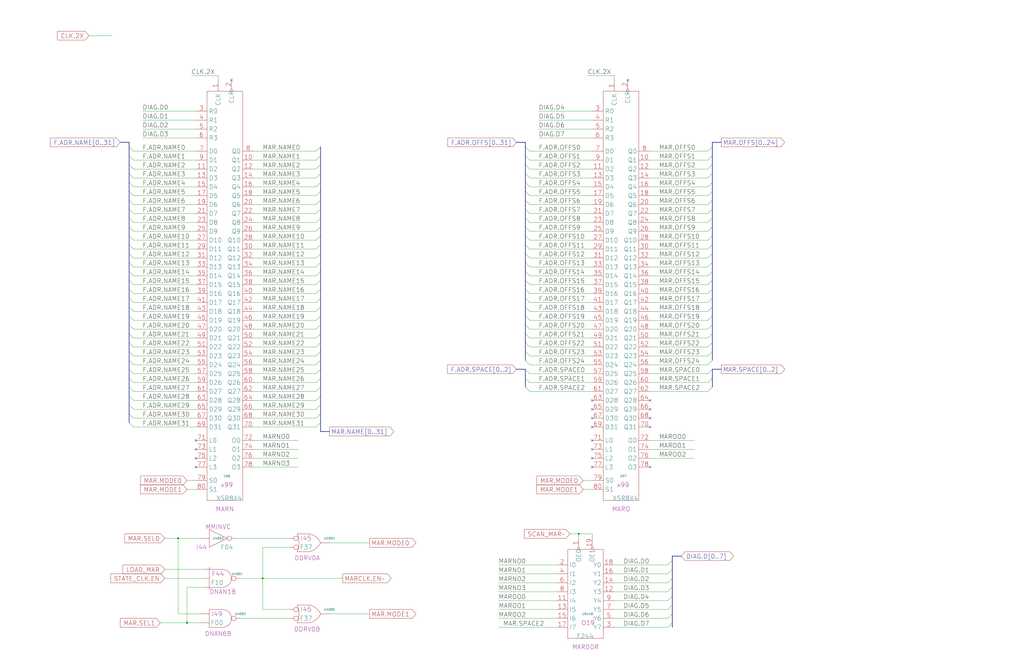
<source format=kicad_sch>
(kicad_sch (version 20230121) (generator eeschema)
  (paper "User" 584.2 378.46)
  (title_block (title "MAR NAME AND OFFSET") (date "20-MAR-90") (rev "1.0") (comment 1 "FIU") (comment 2 "232-003065") (comment 3 "S400") (comment 4 "RELEASED"))
  (lib_symbols
    (symbol "r1000:F00" (pin_numbers hide) (pin_names hide)
      (property "Reference" "U" (at 15.24 0 0))
      (property "Value" "F00" (at 1.905 -5.08 0))
      (property "Location" "___" (at 1.905 0 0))
      (property "Name" "______" (at 2.54 -12.7 0))
      (symbol "F00_1_1"
        (pin input line (at -7.62 0 0) (length 5.08) (name "D0") (number "1"))
        (pin input line (at -7.62 -5.08 0) (length 5.08) (name "D1") (number "2"))
        (pin output line (at 15.24 -2.54 180) (length 2.54) (name "Q") (number "3"))
      )
      (symbol "F00_1_2"
        (pin input line (at -7.62 0 0) (length 2.54) (name "D0") (number "1"))
        (pin input line (at -7.62 -5.08 0) (length 2.54) (name "D1") (number "2"))
        (pin output line (at 15.24 -2.54 180) (length 5.08) (name "Q") (number "3"))
      )
    )
    (symbol "r1000:F04" (pin_numbers hide) (pin_names hide)
      (property "Reference" "U" (at 0 0 0))
      (property "Value" "F04" (at 1.27 -5.08 0))
      (property "Location" "___" (at -12.7 -5.08 0))
      (property "Name" "______" (at 0 5.08 0))
      (symbol "F04_1_1"
        (pin input line (at -10.16 0 0) (length 2.54) (name "D0") (number "1"))
        (pin output line (at 10.16 0 180) (length 2.54) (name "Q") (number "2"))
      )
    )
    (symbol "r1000:F10" (pin_numbers hide) (pin_names hide)
      (property "Reference" "U" (at 13.335 0 0))
      (property "Value" "F10" (at 5.715 -5.08 0))
      (property "Location" "___" (at -1.27 0 0))
      (property "Name" "______" (at -2.54 -10.16 0))
      (symbol "F10_1_1"
        (pin input line (at -5.08 2.54 0) (length 2.54) (name "D0") (number "1"))
        (pin input line (at -5.08 -2.54 0) (length 2.54) (name "D1") (number "2"))
        (pin input line (at -5.08 -7.62 0) (length 2.54) (name "D2") (number "3"))
        (pin output line (at 15.24 -2.54 180) (length 2.54) (name "Q") (number "4"))
      )
      (symbol "F10_1_2"
        (pin input line (at -5.08 2.54 0) (length 0) (name "D0") (number "1"))
        (pin input line (at -5.08 -2.54 0) (length 0) (name "D1") (number "2"))
        (pin input line (at -5.08 -7.62 0) (length 0) (name "D2") (number "3"))
        (pin output line (at 15.24 -2.54 180) (length 2.54) (name "Q") (number "4"))
      )
    )
    (symbol "r1000:F244" (pin_names (offset 1.016))
      (property "Reference" "U" (at 2.54 5.08 0))
      (property "Value" "F244" (at -3.81 -7.62 0))
      (property "Location" "___" (at -1.27 0 0))
      (property "Name" "______" (at 1.27 -15.24 0))
      (symbol "F244_1_1"
        (pin input line (at -2.54 48.26 270) (length 5.08) (name "OE0") (number "1"))
        (pin input line (at -15.24 12.7 0) (length 6.35) (name "I4") (number "11"))
        (pin tri_state line (at 17.78 17.78 180) (length 6.35) (name "Y3") (number "12"))
        (pin input line (at -15.24 7.62 0) (length 6.35) (name "I5") (number "13"))
        (pin tri_state line (at 17.78 22.86 180) (length 6.35) (name "Y2") (number "14"))
        (pin input line (at -15.24 2.54 0) (length 6.35) (name "I6") (number "15"))
        (pin tri_state line (at 17.78 27.94 180) (length 6.35) (name "Y1") (number "16"))
        (pin input line (at -15.24 -2.54 0) (length 6.35) (name "I7") (number "17"))
        (pin tri_state line (at 17.78 33.02 180) (length 6.35) (name "Y0") (number "18"))
        (pin input line (at 5.08 48.26 270) (length 5.08) (name "OE1") (number "19"))
        (pin input line (at -15.24 33.02 0) (length 6.35) (name "I0") (number "2"))
        (pin tri_state line (at 17.78 -2.54 180) (length 6.35) (name "Y7") (number "3"))
        (pin input line (at -15.24 27.94 0) (length 6.35) (name "I1") (number "4"))
        (pin tri_state line (at 17.78 2.54 180) (length 6.35) (name "Y6") (number "5"))
        (pin input line (at -15.24 22.86 0) (length 6.35) (name "I2") (number "6"))
        (pin tri_state line (at 17.78 7.62 180) (length 6.35) (name "Y5") (number "7"))
        (pin input line (at -15.24 17.78 0) (length 6.35) (name "I3") (number "8"))
        (pin tri_state line (at 17.78 12.7 180) (length 6.35) (name "Y4") (number "9"))
      )
    )
    (symbol "r1000:F37" (pin_numbers hide) (pin_names (offset 0) hide)
      (property "Reference" "U" (at 15.24 0 0))
      (property "Value" "F37" (at 1.905 -5.08 0))
      (property "Location" "___" (at 1.905 0 0))
      (property "Name" "______" (at 2.54 -12.7 0))
      (symbol "F37_1_1"
        (pin input line (at -7.62 0 0) (length 5.08) (name "D0") (number "1"))
        (pin input line (at -7.62 -5.08 0) (length 5.08) (name "D1") (number "2"))
        (pin output line (at 15.24 -2.54 180) (length 2.54) (name "Q") (number "3"))
      )
      (symbol "F37_1_2"
        (pin input line (at -7.62 0 0) (length 2.54) (name "D0") (number "1"))
        (pin input line (at -7.62 -5.08 0) (length 2.54) (name "D1") (number "2"))
        (pin output line (at 15.24 -2.54 180) (length 5.08) (name "Q") (number "3"))
      )
    )
    (symbol "r1000:XSR8X4" (pin_names (offset 1.016))
      (property "Reference" "U" (at 2.54 5.08 0))
      (property "Value" "XSR8X4" (at -3.81 -7.62 0))
      (property "Location" "___" (at -1.27 0 0))
      (property "Name" "______" (at 1.27 -15.24 0))
      (symbol "XSR8X4_1_1"
        (pin input line (at -2.54 231.14 270) (length 6.35) (name "CLK") (number "1"))
        (pin output line (at 17.78 185.42 180) (length 6.35) (name "Q1") (number "10"))
        (pin input line (at -15.24 180.34 0) (length 6.35) (name "D2") (number "11"))
        (pin output line (at 17.78 180.34 180) (length 6.35) (name "Q2") (number "12"))
        (pin input line (at -15.24 175.26 0) (length 6.35) (name "D3") (number "13"))
        (pin output line (at 17.78 175.26 180) (length 6.35) (name "Q3") (number "14"))
        (pin input line (at -15.24 170.18 0) (length 6.35) (name "D4") (number "15"))
        (pin output line (at 17.78 170.18 180) (length 6.35) (name "Q4") (number "16"))
        (pin input line (at -15.24 165.1 0) (length 6.35) (name "D5") (number "17"))
        (pin output line (at 17.78 165.1 180) (length 6.35) (name "Q5") (number "18"))
        (pin input line (at -15.24 160.02 0) (length 6.35) (name "D6") (number "19"))
        (pin input line (at 5.08 231.14 270) (length 5.08) (name "CLR") (number "2"))
        (pin output line (at 17.78 160.02 180) (length 6.35) (name "Q6") (number "20"))
        (pin input line (at -15.24 154.94 0) (length 6.35) (name "D7") (number "21"))
        (pin output line (at 17.78 154.94 180) (length 6.35) (name "Q7") (number "22"))
        (pin input line (at -15.24 149.86 0) (length 6.35) (name "D8") (number "23"))
        (pin output line (at 17.78 149.86 180) (length 6.35) (name "Q8") (number "24"))
        (pin input line (at -15.24 144.78 0) (length 6.35) (name "D9") (number "25"))
        (pin output line (at 17.78 144.78 180) (length 6.35) (name "Q9") (number "26"))
        (pin input line (at -15.24 139.7 0) (length 6.35) (name "D10") (number "27"))
        (pin output line (at 17.78 139.7 180) (length 6.35) (name "Q10") (number "28"))
        (pin input line (at -15.24 134.62 0) (length 6.35) (name "D11") (number "29"))
        (pin input line (at -15.24 213.36 0) (length 6.35) (name "R0") (number "3"))
        (pin output line (at 17.78 134.62 180) (length 6.35) (name "Q11") (number "30"))
        (pin input line (at -15.24 129.54 0) (length 6.35) (name "D12") (number "31"))
        (pin output line (at 17.78 129.54 180) (length 6.35) (name "Q12") (number "32"))
        (pin input line (at -15.24 124.46 0) (length 6.35) (name "D13") (number "33"))
        (pin output line (at 17.78 124.46 180) (length 6.35) (name "Q13") (number "34"))
        (pin input line (at -15.24 119.38 0) (length 6.35) (name "D14") (number "35"))
        (pin output line (at 17.78 119.38 180) (length 6.35) (name "Q14") (number "36"))
        (pin input line (at -15.24 114.3 0) (length 6.35) (name "D15") (number "37"))
        (pin output line (at 17.78 114.3 180) (length 6.35) (name "Q15") (number "38"))
        (pin input line (at -15.24 109.22 0) (length 6.35) (name "D16") (number "39"))
        (pin input line (at -15.24 208.28 0) (length 6.35) (name "R1") (number "4"))
        (pin output line (at 17.78 109.22 180) (length 6.35) (name "Q16") (number "40"))
        (pin input line (at -15.24 104.14 0) (length 6.35) (name "D17") (number "41"))
        (pin output line (at 17.78 104.14 180) (length 6.35) (name "Q17") (number "42"))
        (pin input line (at -15.24 99.06 0) (length 6.35) (name "D18") (number "43"))
        (pin output line (at 17.78 99.06 180) (length 6.35) (name "Q18") (number "44"))
        (pin input line (at -15.24 93.98 0) (length 6.35) (name "D19") (number "45"))
        (pin output line (at 17.78 93.98 180) (length 6.35) (name "Q19") (number "46"))
        (pin input line (at -15.24 88.9 0) (length 6.35) (name "D20") (number "47"))
        (pin output line (at 17.78 88.9 180) (length 6.35) (name "Q20") (number "48"))
        (pin input line (at -15.24 83.82 0) (length 6.35) (name "D21") (number "49"))
        (pin input line (at -15.24 203.2 0) (length 6.35) (name "R2") (number "5"))
        (pin output line (at 17.78 83.82 180) (length 6.35) (name "Q21") (number "50"))
        (pin input line (at -15.24 78.74 0) (length 6.35) (name "D22") (number "51"))
        (pin output line (at 17.78 78.74 180) (length 6.35) (name "Q22") (number "52"))
        (pin input line (at -15.24 73.66 0) (length 6.35) (name "D23") (number "53"))
        (pin output line (at 17.78 73.66 180) (length 6.35) (name "Q23") (number "54"))
        (pin input line (at -15.24 68.58 0) (length 6.35) (name "D24") (number "55"))
        (pin output line (at 17.78 68.58 180) (length 6.35) (name "Q24") (number "56"))
        (pin input line (at -15.24 63.5 0) (length 6.35) (name "D25") (number "57"))
        (pin output line (at 17.78 63.5 180) (length 6.35) (name "Q25") (number "58"))
        (pin input line (at -15.24 58.42 0) (length 6.35) (name "D26") (number "59"))
        (pin input line (at -15.24 198.12 0) (length 6.35) (name "R3") (number "6"))
        (pin output line (at 17.78 58.42 180) (length 6.35) (name "Q26") (number "60"))
        (pin input line (at -15.24 53.34 0) (length 6.35) (name "D27") (number "61"))
        (pin output line (at 17.78 53.34 180) (length 6.35) (name "Q27") (number "62"))
        (pin input line (at -15.24 48.26 0) (length 6.35) (name "D28") (number "63"))
        (pin output line (at 17.78 48.26 180) (length 6.35) (name "Q28") (number "64"))
        (pin input line (at -15.24 43.18 0) (length 6.35) (name "D29") (number "65"))
        (pin output line (at 17.78 43.18 180) (length 6.35) (name "Q29") (number "66"))
        (pin input line (at -15.24 38.1 0) (length 6.35) (name "D30") (number "67"))
        (pin output line (at 17.78 38.1 180) (length 6.35) (name "Q30") (number "68"))
        (pin input line (at -15.24 33.02 0) (length 6.35) (name "D31") (number "69"))
        (pin input line (at -15.24 190.5 0) (length 6.35) (name "D0") (number "7"))
        (pin output line (at 17.78 33.02 180) (length 6.35) (name "Q31") (number "70"))
        (pin input line (at -15.24 25.4 0) (length 6.35) (name "L0") (number "71"))
        (pin output line (at 17.78 25.4 180) (length 6.35) (name "O0") (number "72"))
        (pin input line (at -15.24 20.32 0) (length 6.35) (name "L1") (number "73"))
        (pin output line (at 17.78 20.32 180) (length 6.35) (name "O1") (number "74"))
        (pin input line (at -15.24 15.24 0) (length 6.35) (name "L2") (number "75"))
        (pin output line (at 17.78 15.24 180) (length 6.35) (name "O2") (number "76"))
        (pin input line (at -15.24 10.16 0) (length 6.35) (name "L3") (number "77"))
        (pin output line (at 17.78 10.16 180) (length 6.35) (name "O3") (number "78"))
        (pin input line (at -15.24 2.54 0) (length 6.35) (name "S0") (number "79"))
        (pin output line (at 17.78 190.5 180) (length 6.35) (name "Q0") (number "8"))
        (pin input line (at -15.24 -2.54 0) (length 6.35) (name "S1") (number "80"))
        (pin input line (at -15.24 185.42 0) (length 6.35) (name "D1") (number "9"))
      )
    )
  )
  (junction (at 330.2 304.8))
  (junction (at 101.6 307.34))
  (junction (at 106.68 355.6))
  (junction (at 149.86 330.2))
  (no_connect (at 111.76 266.7))
  (no_connect (at 337.82 256.54))
  (no_connect (at 358.14 45.72))
  (no_connect (at 337.82 266.7))
  (no_connect (at 111.76 251.46))
  (no_connect (at 111.76 256.54))
  (no_connect (at 132.08 45.72))
  (no_connect (at 337.82 251.46))
  (no_connect (at 111.76 261.62))
  (no_connect (at 337.82 261.62))
  (no_connect (at 370.84 266.7))
  (no_connect (at 337.82 228.6))
  (no_connect (at 337.82 233.68))
  (no_connect (at 337.82 238.76))
  (no_connect (at 370.84 228.6))
  (no_connect (at 370.84 233.68))
  (no_connect (at 370.84 238.76))
  (no_connect (at 370.84 243.84))
  (no_connect (at 337.82 243.84))
  (bus_entry (at 73.66 226.06) (size 2.54 2.54))
  (bus_entry (at 182.88 114.3) (size -2.54 2.54))
  (bus_entry (at 299.72 144.78) (size 2.54 2.54))
  (bus_entry (at 406.4 205.74) (size -2.54 2.54))
  (bus_entry (at 406.4 93.98) (size -2.54 2.54))
  (bus_entry (at 73.66 83.82) (size 2.54 2.54))
  (bus_entry (at 73.66 215.9) (size 2.54 2.54))
  (bus_entry (at 73.66 160.02) (size 2.54 2.54))
  (bus_entry (at 182.88 124.46) (size -2.54 2.54))
  (bus_entry (at 299.72 88.9) (size 2.54 2.54))
  (bus_entry (at 406.4 134.62) (size -2.54 2.54))
  (bus_entry (at 406.4 180.34) (size -2.54 2.54))
  (bus_entry (at 182.88 236.22) (size -2.54 2.54))
  (bus_entry (at 73.66 236.22) (size 2.54 2.54))
  (bus_entry (at 182.88 99.06) (size -2.54 2.54))
  (bus_entry (at 182.88 109.22) (size -2.54 2.54))
  (bus_entry (at 73.66 170.18) (size 2.54 2.54))
  (bus_entry (at 182.88 195.58) (size -2.54 2.54))
  (bus_entry (at 406.4 160.02) (size -2.54 2.54))
  (bus_entry (at 299.72 114.3) (size 2.54 2.54))
  (bus_entry (at 299.72 170.18) (size 2.54 2.54))
  (bus_entry (at 182.88 200.66) (size -2.54 2.54))
  (bus_entry (at 299.72 220.98) (size 2.54 2.54))
  (bus_entry (at 406.4 185.42) (size -2.54 2.54))
  (bus_entry (at 406.4 149.86) (size -2.54 2.54))
  (bus_entry (at 182.88 241.3) (size -2.54 2.54))
  (bus_entry (at 406.4 124.46) (size -2.54 2.54))
  (bus_entry (at 73.66 104.14) (size 2.54 2.54))
  (bus_entry (at 73.66 139.7) (size 2.54 2.54))
  (bus_entry (at 406.4 210.82) (size -2.54 2.54))
  (bus_entry (at 182.88 165.1) (size -2.54 2.54))
  (bus_entry (at 406.4 144.78) (size -2.54 2.54))
  (bus_entry (at 299.72 99.06) (size 2.54 2.54))
  (bus_entry (at 299.72 185.42) (size 2.54 2.54))
  (bus_entry (at 383.54 330.2) (size -2.54 2.54))
  (bus_entry (at 299.72 200.66) (size 2.54 2.54))
  (bus_entry (at 383.54 355.6) (size -2.54 2.54))
  (bus_entry (at 406.4 109.22) (size -2.54 2.54))
  (bus_entry (at 182.88 210.82) (size -2.54 2.54))
  (bus_entry (at 182.88 190.5) (size -2.54 2.54))
  (bus_entry (at 299.72 160.02) (size 2.54 2.54))
  (bus_entry (at 182.88 220.98) (size -2.54 2.54))
  (bus_entry (at 383.54 325.12) (size -2.54 2.54))
  (bus_entry (at 73.66 109.22) (size 2.54 2.54))
  (bus_entry (at 182.88 180.34) (size -2.54 2.54))
  (bus_entry (at 406.4 83.82) (size -2.54 2.54))
  (bus_entry (at 299.72 195.58) (size 2.54 2.54))
  (bus_entry (at 406.4 220.98) (size -2.54 2.54))
  (bus_entry (at 299.72 154.94) (size 2.54 2.54))
  (bus_entry (at 299.72 139.7) (size 2.54 2.54))
  (bus_entry (at 299.72 104.14) (size 2.54 2.54))
  (bus_entry (at 73.66 195.58) (size 2.54 2.54))
  (bus_entry (at 182.88 205.74) (size -2.54 2.54))
  (bus_entry (at 383.54 320.04) (size -2.54 2.54))
  (bus_entry (at 182.88 144.78) (size -2.54 2.54))
  (bus_entry (at 299.72 215.9) (size 2.54 2.54))
  (bus_entry (at 182.88 139.7) (size -2.54 2.54))
  (bus_entry (at 182.88 129.54) (size -2.54 2.54))
  (bus_entry (at 299.72 210.82) (size 2.54 2.54))
  (bus_entry (at 182.88 88.9) (size -2.54 2.54))
  (bus_entry (at 299.72 205.74) (size 2.54 2.54))
  (bus_entry (at 383.54 350.52) (size -2.54 2.54))
  (bus_entry (at 182.88 160.02) (size -2.54 2.54))
  (bus_entry (at 73.66 149.86) (size 2.54 2.54))
  (bus_entry (at 182.88 226.06) (size -2.54 2.54))
  (bus_entry (at 406.4 175.26) (size -2.54 2.54))
  (bus_entry (at 182.88 134.62) (size -2.54 2.54))
  (bus_entry (at 182.88 83.82) (size -2.54 2.54))
  (bus_entry (at 299.72 119.38) (size 2.54 2.54))
  (bus_entry (at 299.72 175.26) (size 2.54 2.54))
  (bus_entry (at 406.4 170.18) (size -2.54 2.54))
  (bus_entry (at 299.72 129.54) (size 2.54 2.54))
  (bus_entry (at 73.66 134.62) (size 2.54 2.54))
  (bus_entry (at 299.72 149.86) (size 2.54 2.54))
  (bus_entry (at 299.72 83.82) (size 2.54 2.54))
  (bus_entry (at 299.72 124.46) (size 2.54 2.54))
  (bus_entry (at 73.66 175.26) (size 2.54 2.54))
  (bus_entry (at 406.4 119.38) (size -2.54 2.54))
  (bus_entry (at 73.66 129.54) (size 2.54 2.54))
  (bus_entry (at 182.88 185.42) (size -2.54 2.54))
  (bus_entry (at 73.66 200.66) (size 2.54 2.54))
  (bus_entry (at 73.66 205.74) (size 2.54 2.54))
  (bus_entry (at 182.88 170.18) (size -2.54 2.54))
  (bus_entry (at 73.66 210.82) (size 2.54 2.54))
  (bus_entry (at 406.4 215.9) (size -2.54 2.54))
  (bus_entry (at 406.4 114.3) (size -2.54 2.54))
  (bus_entry (at 73.66 190.5) (size 2.54 2.54))
  (bus_entry (at 73.66 154.94) (size 2.54 2.54))
  (bus_entry (at 73.66 220.98) (size 2.54 2.54))
  (bus_entry (at 182.88 231.14) (size -2.54 2.54))
  (bus_entry (at 406.4 154.94) (size -2.54 2.54))
  (bus_entry (at 299.72 190.5) (size 2.54 2.54))
  (bus_entry (at 73.66 99.06) (size 2.54 2.54))
  (bus_entry (at 383.54 345.44) (size -2.54 2.54))
  (bus_entry (at 182.88 93.98) (size -2.54 2.54))
  (bus_entry (at 406.4 104.14) (size -2.54 2.54))
  (bus_entry (at 406.4 200.66) (size -2.54 2.54))
  (bus_entry (at 406.4 165.1) (size -2.54 2.54))
  (bus_entry (at 299.72 109.22) (size 2.54 2.54))
  (bus_entry (at 73.66 185.42) (size 2.54 2.54))
  (bus_entry (at 73.66 165.1) (size 2.54 2.54))
  (bus_entry (at 73.66 124.46) (size 2.54 2.54))
  (bus_entry (at 406.4 195.58) (size -2.54 2.54))
  (bus_entry (at 182.88 215.9) (size -2.54 2.54))
  (bus_entry (at 73.66 119.38) (size 2.54 2.54))
  (bus_entry (at 73.66 88.9) (size 2.54 2.54))
  (bus_entry (at 73.66 93.98) (size 2.54 2.54))
  (bus_entry (at 299.72 134.62) (size 2.54 2.54))
  (bus_entry (at 182.88 149.86) (size -2.54 2.54))
  (bus_entry (at 406.4 99.06) (size -2.54 2.54))
  (bus_entry (at 73.66 231.14) (size 2.54 2.54))
  (bus_entry (at 299.72 180.34) (size 2.54 2.54))
  (bus_entry (at 383.54 335.28) (size -2.54 2.54))
  (bus_entry (at 406.4 139.7) (size -2.54 2.54))
  (bus_entry (at 182.88 154.94) (size -2.54 2.54))
  (bus_entry (at 299.72 165.1) (size 2.54 2.54))
  (bus_entry (at 406.4 88.9) (size -2.54 2.54))
  (bus_entry (at 299.72 93.98) (size 2.54 2.54))
  (bus_entry (at 73.66 241.3) (size 2.54 2.54))
  (bus_entry (at 383.54 340.36) (size -2.54 2.54))
  (bus_entry (at 182.88 119.38) (size -2.54 2.54))
  (bus_entry (at 73.66 114.3) (size 2.54 2.54))
  (bus_entry (at 73.66 180.34) (size 2.54 2.54))
  (bus_entry (at 406.4 129.54) (size -2.54 2.54))
  (bus_entry (at 182.88 104.14) (size -2.54 2.54))
  (bus_entry (at 182.88 175.26) (size -2.54 2.54))
  (bus_entry (at 406.4 190.5) (size -2.54 2.54))
  (bus_entry (at 73.66 144.78) (size 2.54 2.54))
  (wire (pts (xy 149.86 347.98) (xy 149.86 330.2)))
  (wire (pts (xy 302.26 193.04) (xy 337.82 193.04)))
  (bus (pts (xy 406.4 119.38) (xy 406.4 124.46)))
  (bus (pts (xy 182.88 154.94) (xy 182.88 160.02)))
  (bus (pts (xy 73.66 170.18) (xy 73.66 175.26)))
  (wire (pts (xy 302.26 96.52) (xy 337.82 96.52)))
  (wire (pts (xy 144.78 86.36) (xy 180.34 86.36)))
  (bus (pts (xy 406.4 129.54) (xy 406.4 134.62)))
  (bus (pts (xy 182.88 246.38) (xy 182.88 241.3)))
  (bus (pts (xy 73.66 109.22) (xy 73.66 114.3)))
  (bus (pts (xy 182.88 195.58) (xy 182.88 200.66)))
  (bus (pts (xy 406.4 99.06) (xy 406.4 104.14)))
  (wire (pts (xy 302.26 198.12) (xy 337.82 198.12)))
  (wire (pts (xy 144.78 238.76) (xy 180.34 238.76)))
  (wire (pts (xy 106.68 279.4) (xy 111.76 279.4)))
  (wire (pts (xy 284.48 342.9) (xy 317.5 342.9)))
  (wire (pts (xy 284.48 332.74) (xy 317.5 332.74)))
  (bus (pts (xy 73.66 99.06) (xy 73.66 104.14)))
  (bus (pts (xy 406.4 149.86) (xy 406.4 154.94)))
  (wire (pts (xy 302.26 182.88) (xy 337.82 182.88)))
  (wire (pts (xy 350.52 327.66) (xy 381 327.66)))
  (bus (pts (xy 73.66 220.98) (xy 73.66 226.06)))
  (wire (pts (xy 76.2 228.6) (xy 111.76 228.6)))
  (bus (pts (xy 182.88 149.86) (xy 182.88 154.94)))
  (bus (pts (xy 73.66 190.5) (xy 73.66 195.58)))
  (wire (pts (xy 302.26 86.36) (xy 337.82 86.36)))
  (wire (pts (xy 370.84 91.44) (xy 403.86 91.44)))
  (bus (pts (xy 406.4 134.62) (xy 406.4 139.7)))
  (wire (pts (xy 114.3 350.52) (xy 101.6 350.52)))
  (bus (pts (xy 73.66 83.82) (xy 73.66 88.9)))
  (bus (pts (xy 299.72 119.38) (xy 299.72 124.46)))
  (bus (pts (xy 299.72 134.62) (xy 299.72 139.7)))
  (wire (pts (xy 284.48 347.98) (xy 317.5 347.98)))
  (wire (pts (xy 370.84 147.32) (xy 403.86 147.32)))
  (wire (pts (xy 370.84 127) (xy 403.86 127)))
  (wire (pts (xy 76.2 152.4) (xy 111.76 152.4)))
  (wire (pts (xy 350.52 43.18) (xy 350.52 45.72)))
  (bus (pts (xy 294.64 81.28) (xy 299.72 81.28)))
  (wire (pts (xy 144.78 132.08) (xy 180.34 132.08)))
  (bus (pts (xy 406.4 190.5) (xy 406.4 195.58)))
  (wire (pts (xy 350.52 342.9) (xy 381 342.9)))
  (wire (pts (xy 76.2 147.32) (xy 111.76 147.32)))
  (bus (pts (xy 182.88 93.98) (xy 182.88 99.06)))
  (wire (pts (xy 76.2 96.52) (xy 111.76 96.52)))
  (wire (pts (xy 370.84 256.54) (xy 396.24 256.54)))
  (bus (pts (xy 299.72 104.14) (xy 299.72 109.22)))
  (wire (pts (xy 76.2 111.76) (xy 111.76 111.76)))
  (bus (pts (xy 73.66 119.38) (xy 73.66 124.46)))
  (wire (pts (xy 144.78 172.72) (xy 180.34 172.72)))
  (wire (pts (xy 76.2 137.16) (xy 111.76 137.16)))
  (wire (pts (xy 144.78 228.6) (xy 180.34 228.6)))
  (wire (pts (xy 370.84 167.64) (xy 403.86 167.64)))
  (wire (pts (xy 76.2 243.84) (xy 111.76 243.84)))
  (bus (pts (xy 406.4 81.28) (xy 411.48 81.28)))
  (bus (pts (xy 406.4 88.9) (xy 406.4 93.98)))
  (bus (pts (xy 383.54 320.04) (xy 383.54 325.12)))
  (bus (pts (xy 73.66 200.66) (xy 73.66 205.74)))
  (wire (pts (xy 302.26 213.36) (xy 337.82 213.36)))
  (wire (pts (xy 302.26 177.8) (xy 337.82 177.8)))
  (wire (pts (xy 144.78 162.56) (xy 180.34 162.56)))
  (wire (pts (xy 144.78 198.12) (xy 180.34 198.12)))
  (wire (pts (xy 332.74 274.32) (xy 337.82 274.32)))
  (bus (pts (xy 299.72 129.54) (xy 299.72 134.62)))
  (bus (pts (xy 73.66 81.28) (xy 73.66 83.82)))
  (wire (pts (xy 302.26 91.44) (xy 337.82 91.44)))
  (bus (pts (xy 73.66 165.1) (xy 73.66 170.18)))
  (wire (pts (xy 330.2 304.8) (xy 337.82 304.8)))
  (wire (pts (xy 116.84 335.28) (xy 106.68 335.28)))
  (wire (pts (xy 144.78 266.7) (xy 170.18 266.7)))
  (bus (pts (xy 299.72 139.7) (xy 299.72 144.78)))
  (bus (pts (xy 73.66 154.94) (xy 73.66 160.02)))
  (wire (pts (xy 337.82 307.34) (xy 337.82 304.8)))
  (wire (pts (xy 144.78 127) (xy 180.34 127)))
  (wire (pts (xy 76.2 167.64) (xy 111.76 167.64)))
  (wire (pts (xy 93.98 325.12) (xy 116.84 325.12)))
  (wire (pts (xy 76.2 198.12) (xy 111.76 198.12)))
  (wire (pts (xy 370.84 111.76) (xy 403.86 111.76)))
  (wire (pts (xy 330.2 307.34) (xy 330.2 304.8)))
  (bus (pts (xy 406.4 195.58) (xy 406.4 200.66)))
  (bus (pts (xy 299.72 83.82) (xy 299.72 88.9)))
  (wire (pts (xy 101.6 350.52) (xy 101.6 307.34)))
  (bus (pts (xy 383.54 340.36) (xy 383.54 345.44)))
  (wire (pts (xy 302.26 172.72) (xy 337.82 172.72)))
  (bus (pts (xy 73.66 134.62) (xy 73.66 139.7)))
  (bus (pts (xy 182.88 215.9) (xy 182.88 220.98)))
  (wire (pts (xy 370.84 193.04) (xy 403.86 193.04)))
  (bus (pts (xy 406.4 144.78) (xy 406.4 149.86)))
  (wire (pts (xy 370.84 86.36) (xy 403.86 86.36)))
  (bus (pts (xy 406.4 210.82) (xy 406.4 215.9)))
  (wire (pts (xy 284.48 353.06) (xy 317.5 353.06)))
  (wire (pts (xy 370.84 177.8) (xy 403.86 177.8)))
  (wire (pts (xy 76.2 157.48) (xy 111.76 157.48)))
  (wire (pts (xy 134.62 307.34) (xy 165.1 307.34)))
  (bus (pts (xy 406.4 104.14) (xy 406.4 109.22)))
  (wire (pts (xy 370.84 223.52) (xy 403.86 223.52)))
  (wire (pts (xy 187.96 309.88) (xy 210.82 309.88)))
  (bus (pts (xy 299.72 165.1) (xy 299.72 170.18)))
  (wire (pts (xy 370.84 213.36) (xy 403.86 213.36)))
  (wire (pts (xy 302.26 223.52) (xy 337.82 223.52)))
  (bus (pts (xy 406.4 180.34) (xy 406.4 185.42)))
  (wire (pts (xy 144.78 152.4) (xy 180.34 152.4)))
  (bus (pts (xy 383.54 345.44) (xy 383.54 350.52)))
  (wire (pts (xy 370.84 261.62) (xy 396.24 261.62)))
  (bus (pts (xy 299.72 88.9) (xy 299.72 93.98)))
  (bus (pts (xy 73.66 180.34) (xy 73.66 185.42)))
  (bus (pts (xy 299.72 144.78) (xy 299.72 149.86)))
  (wire (pts (xy 370.84 96.52) (xy 403.86 96.52)))
  (bus (pts (xy 182.88 160.02) (xy 182.88 165.1)))
  (wire (pts (xy 106.68 335.28) (xy 106.68 355.6)))
  (bus (pts (xy 383.54 317.5) (xy 383.54 320.04)))
  (wire (pts (xy 307.34 73.66) (xy 337.82 73.66)))
  (wire (pts (xy 370.84 116.84) (xy 403.86 116.84)))
  (wire (pts (xy 370.84 137.16) (xy 403.86 137.16)))
  (bus (pts (xy 182.88 175.26) (xy 182.88 180.34)))
  (wire (pts (xy 76.2 187.96) (xy 111.76 187.96)))
  (wire (pts (xy 144.78 223.52) (xy 180.34 223.52)))
  (wire (pts (xy 370.84 106.68) (xy 403.86 106.68)))
  (bus (pts (xy 406.4 170.18) (xy 406.4 175.26)))
  (wire (pts (xy 81.28 78.74) (xy 111.76 78.74)))
  (wire (pts (xy 325.12 304.8) (xy 330.2 304.8)))
  (wire (pts (xy 144.78 187.96) (xy 180.34 187.96)))
  (bus (pts (xy 73.66 175.26) (xy 73.66 180.34)))
  (wire (pts (xy 144.78 243.84) (xy 180.34 243.84)))
  (wire (pts (xy 370.84 162.56) (xy 403.86 162.56)))
  (bus (pts (xy 299.72 210.82) (xy 299.72 215.9)))
  (wire (pts (xy 302.26 142.24) (xy 337.82 142.24)))
  (bus (pts (xy 406.4 93.98) (xy 406.4 99.06)))
  (bus (pts (xy 406.4 185.42) (xy 406.4 190.5)))
  (wire (pts (xy 76.2 238.76) (xy 111.76 238.76)))
  (wire (pts (xy 144.78 203.2) (xy 180.34 203.2)))
  (wire (pts (xy 76.2 106.68) (xy 111.76 106.68)))
  (bus (pts (xy 182.88 190.5) (xy 182.88 195.58)))
  (wire (pts (xy 302.26 157.48) (xy 337.82 157.48)))
  (wire (pts (xy 50.8 20.32) (xy 63.5 20.32)))
  (wire (pts (xy 93.98 330.2) (xy 116.84 330.2)))
  (bus (pts (xy 182.88 119.38) (xy 182.88 124.46)))
  (wire (pts (xy 149.86 312.42) (xy 149.86 330.2)))
  (wire (pts (xy 76.2 208.28) (xy 111.76 208.28)))
  (bus (pts (xy 383.54 330.2) (xy 383.54 335.28)))
  (wire (pts (xy 144.78 147.32) (xy 180.34 147.32)))
  (wire (pts (xy 144.78 116.84) (xy 180.34 116.84)))
  (bus (pts (xy 182.88 200.66) (xy 182.88 205.74)))
  (wire (pts (xy 144.78 261.62) (xy 170.18 261.62)))
  (wire (pts (xy 302.26 111.76) (xy 337.82 111.76)))
  (wire (pts (xy 302.26 116.84) (xy 337.82 116.84)))
  (wire (pts (xy 302.26 218.44) (xy 337.82 218.44)))
  (wire (pts (xy 106.68 355.6) (xy 114.3 355.6)))
  (wire (pts (xy 76.2 218.44) (xy 111.76 218.44)))
  (bus (pts (xy 73.66 104.14) (xy 73.66 109.22)))
  (wire (pts (xy 165.1 347.98) (xy 149.86 347.98)))
  (wire (pts (xy 149.86 330.2) (xy 195.58 330.2)))
  (wire (pts (xy 284.48 337.82) (xy 317.5 337.82)))
  (wire (pts (xy 284.48 327.66) (xy 317.5 327.66)))
  (wire (pts (xy 370.84 121.92) (xy 403.86 121.92)))
  (wire (pts (xy 370.84 203.2) (xy 403.86 203.2)))
  (bus (pts (xy 406.4 114.3) (xy 406.4 119.38)))
  (bus (pts (xy 182.88 226.06) (xy 182.88 231.14)))
  (bus (pts (xy 383.54 355.6) (xy 383.54 358.14)))
  (bus (pts (xy 182.88 114.3) (xy 182.88 119.38)))
  (wire (pts (xy 370.84 101.6) (xy 403.86 101.6)))
  (bus (pts (xy 299.72 124.46) (xy 299.72 129.54)))
  (wire (pts (xy 109.22 43.18) (xy 124.46 43.18)))
  (bus (pts (xy 299.72 114.3) (xy 299.72 119.38)))
  (bus (pts (xy 182.88 236.22) (xy 182.88 241.3)))
  (wire (pts (xy 302.26 147.32) (xy 337.82 147.32)))
  (bus (pts (xy 406.4 175.26) (xy 406.4 180.34)))
  (wire (pts (xy 302.26 132.08) (xy 337.82 132.08)))
  (wire (pts (xy 144.78 213.36) (xy 180.34 213.36)))
  (wire (pts (xy 144.78 157.48) (xy 180.34 157.48)))
  (wire (pts (xy 144.78 106.68) (xy 180.34 106.68)))
  (bus (pts (xy 383.54 325.12) (xy 383.54 330.2)))
  (bus (pts (xy 73.66 205.74) (xy 73.66 210.82)))
  (wire (pts (xy 144.78 137.16) (xy 180.34 137.16)))
  (wire (pts (xy 350.52 332.74) (xy 381 332.74)))
  (wire (pts (xy 144.78 167.64) (xy 180.34 167.64)))
  (bus (pts (xy 299.72 175.26) (xy 299.72 180.34)))
  (wire (pts (xy 76.2 116.84) (xy 111.76 116.84)))
  (wire (pts (xy 370.84 218.44) (xy 403.86 218.44)))
  (wire (pts (xy 350.52 358.14) (xy 381 358.14)))
  (wire (pts (xy 81.28 63.5) (xy 111.76 63.5)))
  (bus (pts (xy 406.4 81.28) (xy 406.4 83.82)))
  (bus (pts (xy 299.72 99.06) (xy 299.72 104.14)))
  (wire (pts (xy 76.2 177.8) (xy 111.76 177.8)))
  (wire (pts (xy 76.2 127) (xy 111.76 127)))
  (wire (pts (xy 144.78 91.44) (xy 180.34 91.44)))
  (bus (pts (xy 182.88 210.82) (xy 182.88 215.9)))
  (wire (pts (xy 302.26 187.96) (xy 337.82 187.96)))
  (wire (pts (xy 76.2 223.52) (xy 111.76 223.52)))
  (bus (pts (xy 182.88 88.9) (xy 182.88 93.98)))
  (bus (pts (xy 182.88 246.38) (xy 187.96 246.38)))
  (wire (pts (xy 81.28 73.66) (xy 111.76 73.66)))
  (bus (pts (xy 406.4 215.9) (xy 406.4 220.98)))
  (bus (pts (xy 73.66 195.58) (xy 73.66 200.66)))
  (bus (pts (xy 299.72 180.34) (xy 299.72 185.42)))
  (bus (pts (xy 68.58 81.28) (xy 73.66 81.28)))
  (wire (pts (xy 144.78 251.46) (xy 170.18 251.46)))
  (bus (pts (xy 299.72 215.9) (xy 299.72 220.98)))
  (bus (pts (xy 73.66 160.02) (xy 73.66 165.1)))
  (bus (pts (xy 73.66 215.9) (xy 73.66 220.98)))
  (bus (pts (xy 299.72 93.98) (xy 299.72 99.06)))
  (bus (pts (xy 73.66 129.54) (xy 73.66 134.62)))
  (wire (pts (xy 76.2 121.92) (xy 111.76 121.92)))
  (wire (pts (xy 350.52 337.82) (xy 381 337.82)))
  (wire (pts (xy 144.78 121.92) (xy 180.34 121.92)))
  (bus (pts (xy 73.66 114.3) (xy 73.66 119.38)))
  (wire (pts (xy 144.78 177.8) (xy 180.34 177.8)))
  (wire (pts (xy 307.34 78.74) (xy 337.82 78.74)))
  (bus (pts (xy 73.66 185.42) (xy 73.66 190.5)))
  (bus (pts (xy 406.4 200.66) (xy 406.4 205.74)))
  (wire (pts (xy 302.26 203.2) (xy 337.82 203.2)))
  (bus (pts (xy 182.88 104.14) (xy 182.88 109.22)))
  (wire (pts (xy 302.26 208.28) (xy 337.82 208.28)))
  (bus (pts (xy 182.88 124.46) (xy 182.88 129.54)))
  (wire (pts (xy 302.26 167.64) (xy 337.82 167.64)))
  (wire (pts (xy 370.84 251.46) (xy 396.24 251.46)))
  (bus (pts (xy 182.88 165.1) (xy 182.88 170.18)))
  (wire (pts (xy 76.2 91.44) (xy 111.76 91.44)))
  (wire (pts (xy 144.78 218.44) (xy 180.34 218.44)))
  (wire (pts (xy 370.84 152.4) (xy 403.86 152.4)))
  (wire (pts (xy 76.2 233.68) (xy 111.76 233.68)))
  (bus (pts (xy 182.88 139.7) (xy 182.88 144.78)))
  (wire (pts (xy 165.1 312.42) (xy 149.86 312.42)))
  (wire (pts (xy 76.2 162.56) (xy 111.76 162.56)))
  (wire (pts (xy 284.48 322.58) (xy 317.5 322.58)))
  (wire (pts (xy 144.78 182.88) (xy 180.34 182.88)))
  (bus (pts (xy 383.54 335.28) (xy 383.54 340.36)))
  (wire (pts (xy 370.84 132.08) (xy 403.86 132.08)))
  (wire (pts (xy 91.44 355.6) (xy 106.68 355.6)))
  (bus (pts (xy 383.54 350.52) (xy 383.54 355.6)))
  (wire (pts (xy 149.86 330.2) (xy 137.16 330.2)))
  (wire (pts (xy 137.16 353.06) (xy 165.1 353.06)))
  (bus (pts (xy 182.88 109.22) (xy 182.88 114.3)))
  (bus (pts (xy 299.72 195.58) (xy 299.72 200.66)))
  (wire (pts (xy 335.28 43.18) (xy 350.52 43.18)))
  (bus (pts (xy 73.66 139.7) (xy 73.66 144.78)))
  (bus (pts (xy 406.4 154.94) (xy 406.4 160.02)))
  (wire (pts (xy 370.84 208.28) (xy 403.86 208.28)))
  (wire (pts (xy 76.2 86.36) (xy 111.76 86.36)))
  (wire (pts (xy 76.2 182.88) (xy 111.76 182.88)))
  (bus (pts (xy 182.88 83.82) (xy 182.88 88.9)))
  (wire (pts (xy 370.84 142.24) (xy 403.86 142.24)))
  (wire (pts (xy 350.52 353.06) (xy 381 353.06)))
  (wire (pts (xy 144.78 96.52) (xy 180.34 96.52)))
  (bus (pts (xy 406.4 109.22) (xy 406.4 114.3)))
  (bus (pts (xy 406.4 124.46) (xy 406.4 129.54)))
  (wire (pts (xy 370.84 172.72) (xy 403.86 172.72)))
  (wire (pts (xy 302.26 162.56) (xy 337.82 162.56)))
  (wire (pts (xy 76.2 101.6) (xy 111.76 101.6)))
  (bus (pts (xy 299.72 200.66) (xy 299.72 205.74)))
  (bus (pts (xy 388.62 317.5) (xy 383.54 317.5)))
  (bus (pts (xy 299.72 185.42) (xy 299.72 190.5)))
  (wire (pts (xy 302.26 152.4) (xy 337.82 152.4)))
  (bus (pts (xy 299.72 154.94) (xy 299.72 160.02)))
  (wire (pts (xy 284.48 358.14) (xy 317.5 358.14)))
  (wire (pts (xy 307.34 68.58) (xy 337.82 68.58)))
  (bus (pts (xy 182.88 180.34) (xy 182.88 185.42)))
  (bus (pts (xy 73.66 149.86) (xy 73.66 154.94)))
  (wire (pts (xy 370.84 157.48) (xy 403.86 157.48)))
  (bus (pts (xy 73.66 210.82) (xy 73.66 215.9)))
  (bus (pts (xy 406.4 83.82) (xy 406.4 88.9)))
  (wire (pts (xy 307.34 63.5) (xy 337.82 63.5)))
  (bus (pts (xy 73.66 231.14) (xy 73.66 236.22)))
  (wire (pts (xy 144.78 208.28) (xy 180.34 208.28)))
  (bus (pts (xy 182.88 226.06) (xy 182.88 220.98)))
  (wire (pts (xy 302.26 101.6) (xy 337.82 101.6)))
  (wire (pts (xy 101.6 307.34) (xy 114.3 307.34)))
  (wire (pts (xy 302.26 121.92) (xy 337.82 121.92)))
  (wire (pts (xy 76.2 193.04) (xy 111.76 193.04)))
  (wire (pts (xy 187.96 350.52) (xy 210.82 350.52)))
  (wire (pts (xy 302.26 127) (xy 337.82 127)))
  (bus (pts (xy 406.4 165.1) (xy 406.4 170.18)))
  (wire (pts (xy 76.2 132.08) (xy 111.76 132.08)))
  (bus (pts (xy 73.66 144.78) (xy 73.66 149.86)))
  (bus (pts (xy 299.72 190.5) (xy 299.72 195.58)))
  (bus (pts (xy 182.88 129.54) (xy 182.88 134.62)))
  (wire (pts (xy 144.78 101.6) (xy 180.34 101.6)))
  (wire (pts (xy 144.78 111.76) (xy 180.34 111.76)))
  (bus (pts (xy 182.88 144.78) (xy 182.88 149.86)))
  (wire (pts (xy 144.78 233.68) (xy 180.34 233.68)))
  (bus (pts (xy 299.72 81.28) (xy 299.72 83.82)))
  (wire (pts (xy 370.84 187.96) (xy 403.86 187.96)))
  (bus (pts (xy 182.88 185.42) (xy 182.88 190.5)))
  (wire (pts (xy 144.78 142.24) (xy 180.34 142.24)))
  (wire (pts (xy 302.26 106.68) (xy 337.82 106.68)))
  (wire (pts (xy 370.84 182.88) (xy 403.86 182.88)))
  (wire (pts (xy 93.98 307.34) (xy 101.6 307.34)))
  (wire (pts (xy 76.2 213.36) (xy 111.76 213.36)))
  (wire (pts (xy 370.84 198.12) (xy 403.86 198.12)))
  (wire (pts (xy 76.2 142.24) (xy 111.76 142.24)))
  (bus (pts (xy 406.4 139.7) (xy 406.4 144.78)))
  (bus (pts (xy 73.66 226.06) (xy 73.66 231.14)))
  (bus (pts (xy 299.72 149.86) (xy 299.72 154.94)))
  (bus (pts (xy 182.88 139.7) (xy 182.88 134.62)))
  (wire (pts (xy 144.78 193.04) (xy 180.34 193.04)))
  (wire (pts (xy 350.52 322.58) (xy 381 322.58)))
  (wire (pts (xy 302.26 137.16) (xy 337.82 137.16)))
  (bus (pts (xy 73.66 236.22) (xy 73.66 241.3)))
  (bus (pts (xy 299.72 170.18) (xy 299.72 175.26)))
  (bus (pts (xy 299.72 160.02) (xy 299.72 165.1)))
  (bus (pts (xy 182.88 231.14) (xy 182.88 236.22)))
  (wire (pts (xy 332.74 279.4) (xy 337.82 279.4)))
  (bus (pts (xy 182.88 170.18) (xy 182.88 175.26)))
  (wire (pts (xy 124.46 43.18) (xy 124.46 45.72)))
  (wire (pts (xy 76.2 172.72) (xy 111.76 172.72)))
  (wire (pts (xy 76.2 203.2) (xy 111.76 203.2)))
  (wire (pts (xy 144.78 256.54) (xy 170.18 256.54)))
  (bus (pts (xy 73.66 93.98) (xy 73.66 99.06)))
  (bus (pts (xy 73.66 124.46) (xy 73.66 129.54)))
  (bus (pts (xy 406.4 210.82) (xy 411.48 210.82)))
  (bus (pts (xy 182.88 205.74) (xy 182.88 210.82)))
  (wire (pts (xy 81.28 68.58) (xy 111.76 68.58)))
  (bus (pts (xy 406.4 160.02) (xy 406.4 165.1)))
  (wire (pts (xy 106.68 274.32) (xy 111.76 274.32)))
  (wire (pts (xy 350.52 347.98) (xy 381 347.98)))
  (bus (pts (xy 299.72 109.22) (xy 299.72 114.3)))
  (bus (pts (xy 73.66 88.9) (xy 73.66 93.98)))
  (bus (pts (xy 294.64 210.82) (xy 299.72 210.82)))
  (bus (pts (xy 182.88 99.06) (xy 182.88 104.14)))
  (label "MAR.OFFS13" (at 375.92 152.4 0) (effects (font (size 2.54 2.54))))
  (label "F.ADR.OFFS21" (at 307.34 193.04 0) (effects (font (size 2.54 2.54))))
  (label "MAR.NAME4" (at 149.86 106.68 0) (effects (font (size 2.54 2.54))))
  (label "MAR.NAME21" (at 149.86 193.04 0) (effects (font (size 2.54 2.54))))
  (label "F.ADR.NAME22" (at 81.28 198.12 0) (effects (font (size 2.54 2.54))))
  (label "DIAG.D7" (at 307.34 78.74 0) (effects (font (size 2.54 2.54))))
  (label "MAR.NAME12" (at 149.86 147.32 0) (effects (font (size 2.54 2.54))))
  (label "DIAG.D1" (at 355.6 327.66 0) (effects (font (size 2.54 2.54))))
  (label "MAR.NAME14" (at 149.86 157.48 0) (effects (font (size 2.54 2.54))))
  (label "F.ADR.OFFS23" (at 307.34 203.2 0) (effects (font (size 2.54 2.54))))
  (label "F.ADR.NAME13" (at 81.28 152.4 0) (effects (font (size 2.54 2.54))))
  (label "MAR.NAME13" (at 149.86 152.4 0) (effects (font (size 2.54 2.54))))
  (label "MAR.OFFS21" (at 375.92 193.04 0) (effects (font (size 2.54 2.54))))
  (label "MARNO0" (at 284.48 322.58 0) (effects (font (size 2.54 2.54))))
  (label "F.ADR.OFFS4" (at 307.34 106.68 0) (effects (font (size 2.54 2.54))))
  (label "MAR.NAME29" (at 149.86 233.68 0) (effects (font (size 2.54 2.54))))
  (label "F.ADR.NAME26" (at 81.28 218.44 0) (effects (font (size 2.54 2.54))))
  (label "F.ADR.NAME18" (at 81.28 177.8 0) (effects (font (size 2.54 2.54))))
  (label "F.ADR.OFFS20" (at 307.34 187.96 0) (effects (font (size 2.54 2.54))))
  (label "MAROO2" (at 284.48 353.06 0) (effects (font (size 2.54 2.54))))
  (label "F.ADR.NAME5" (at 81.28 111.76 0) (effects (font (size 2.54 2.54))))
  (label "MAR.OFFS10" (at 375.92 137.16 0) (effects (font (size 2.54 2.54))))
  (label "MAROO2" (at 375.92 261.62 0) (effects (font (size 2.54 2.54))))
  (label "MAR.NAME26" (at 149.86 218.44 0) (effects (font (size 2.54 2.54))))
  (label "MARNO2" (at 149.86 261.62 0) (effects (font (size 2.54 2.54))))
  (label "DIAG.D4" (at 307.34 63.5 0) (effects (font (size 2.54 2.54))))
  (label "MAR.SPACE2" (at 375.92 223.52 0) (effects (font (size 2.54 2.54))))
  (label "MAR.NAME1" (at 149.86 91.44 0) (effects (font (size 2.54 2.54))))
  (label "CLK.2X" (at 109.22 43.18 0) (effects (font (size 2.54 2.54))))
  (label "MARNO2" (at 284.48 332.74 0) (effects (font (size 2.54 2.54))))
  (label "DIAG.D2" (at 81.28 73.66 0) (effects (font (size 2.54 2.54))))
  (label "F.ADR.NAME20" (at 81.28 187.96 0) (effects (font (size 2.54 2.54))))
  (label "F.ADR.OFFS1" (at 307.34 91.44 0) (effects (font (size 2.54 2.54))))
  (label "F.ADR.OFFS15" (at 307.34 162.56 0) (effects (font (size 2.54 2.54))))
  (label "MAR.OFFS4" (at 375.92 106.68 0) (effects (font (size 2.54 2.54))))
  (label "MAR.NAME20" (at 149.86 187.96 0) (effects (font (size 2.54 2.54))))
  (label "F.ADR.OFFS7" (at 307.34 121.92 0) (effects (font (size 2.54 2.54))))
  (label "F.ADR.OFFS5" (at 307.34 111.76 0) (effects (font (size 2.54 2.54))))
  (label "MAR.OFFS18" (at 375.92 177.8 0) (effects (font (size 2.54 2.54))))
  (label "MAR.NAME17" (at 149.86 172.72 0) (effects (font (size 2.54 2.54))))
  (label "MAR.SPACE2" (at 287.02 358.14 0) (effects (font (size 2.54 2.54))))
  (label "DIAG.D5" (at 355.6 347.98 0) (effects (font (size 2.54 2.54))))
  (label "MAR.NAME8" (at 149.86 127 0) (effects (font (size 2.54 2.54))))
  (label "DIAG.D5" (at 307.34 68.58 0) (effects (font (size 2.54 2.54))))
  (label "MAR.OFFS0" (at 375.92 86.36 0) (effects (font (size 2.54 2.54))))
  (label "F.ADR.NAME8" (at 81.28 127 0) (effects (font (size 2.54 2.54))))
  (label "MAR.OFFS11" (at 375.92 142.24 0) (effects (font (size 2.54 2.54))))
  (label "DIAG.D7" (at 355.6 358.14 0) (effects (font (size 2.54 2.54))))
  (label "MAR.OFFS20" (at 375.92 187.96 0) (effects (font (size 2.54 2.54))))
  (label "MAROO1" (at 375.92 256.54 0) (effects (font (size 2.54 2.54))))
  (label "F.ADR.NAME19" (at 81.28 182.88 0) (effects (font (size 2.54 2.54))))
  (label "F.ADR.OFFS14" (at 307.34 157.48 0) (effects (font (size 2.54 2.54))))
  (label "MAR.NAME28" (at 149.86 228.6 0) (effects (font (size 2.54 2.54))))
  (label "MAR.SPACE0" (at 375.92 213.36 0) (effects (font (size 2.54 2.54))))
  (label "MAR.OFFS24" (at 375.92 208.28 0) (effects (font (size 2.54 2.54))))
  (label "F.ADR.OFFS19" (at 307.34 182.88 0) (effects (font (size 2.54 2.54))))
  (label "MARNO0" (at 149.86 251.46 0) (effects (font (size 2.54 2.54))))
  (label "MAR.NAME0" (at 149.86 86.36 0) (effects (font (size 2.54 2.54))))
  (label "F.ADR.NAME24" (at 81.28 208.28 0) (effects (font (size 2.54 2.54))))
  (label "F.ADR.NAME31" (at 81.28 243.84 0) (effects (font (size 2.54 2.54))))
  (label "F.ADR.OFFS22" (at 307.34 198.12 0) (effects (font (size 2.54 2.54))))
  (label "MARNO3" (at 149.86 266.7 0) (effects (font (size 2.54 2.54))))
  (label "F.ADR.NAME29" (at 81.28 233.68 0) (effects (font (size 2.54 2.54))))
  (label "MAR.NAME31" (at 149.86 243.84 0) (effects (font (size 2.54 2.54))))
  (label "MAROO0" (at 284.48 342.9 0) (effects (font (size 2.54 2.54))))
  (label "MAR.NAME11" (at 149.86 142.24 0) (effects (font (size 2.54 2.54))))
  (label "MAR.OFFS16" (at 375.92 167.64 0) (effects (font (size 2.54 2.54))))
  (label "DIAG.D0" (at 355.6 322.58 0) (effects (font (size 2.54 2.54))))
  (label "MAR.SPACE1" (at 375.92 218.44 0) (effects (font (size 2.54 2.54))))
  (label "F.ADR.NAME6" (at 81.28 116.84 0) (effects (font (size 2.54 2.54))))
  (label "F.ADR.NAME30" (at 81.28 238.76 0) (effects (font (size 2.54 2.54))))
  (label "MAR.NAME10" (at 149.86 137.16 0) (effects (font (size 2.54 2.54))))
  (label "F.ADR.OFFS16" (at 307.34 167.64 0) (effects (font (size 2.54 2.54))))
  (label "MAR.NAME6" (at 149.86 116.84 0) (effects (font (size 2.54 2.54))))
  (label "F.ADR.SPACE0" (at 307.34 213.36 0) (effects (font (size 2.54 2.54))))
  (label "F.ADR.NAME16" (at 81.28 167.64 0) (effects (font (size 2.54 2.54))))
  (label "MAR.OFFS7" (at 375.92 121.92 0) (effects (font (size 2.54 2.54))))
  (label "F.ADR.NAME9" (at 81.28 132.08 0) (effects (font (size 2.54 2.54))))
  (label "MAROO0" (at 375.92 251.46 0) (effects (font (size 2.54 2.54))))
  (label "MAR.NAME30" (at 149.86 238.76 0) (effects (font (size 2.54 2.54))))
  (label "MAR.OFFS15" (at 375.92 162.56 0) (effects (font (size 2.54 2.54))))
  (label "CLK.2X" (at 335.28 43.18 0) (effects (font (size 2.54 2.54))))
  (label "DIAG.D6" (at 307.34 73.66 0) (effects (font (size 2.54 2.54))))
  (label "MAR.OFFS17" (at 375.92 172.72 0) (effects (font (size 2.54 2.54))))
  (label "F.ADR.NAME12" (at 81.28 147.32 0) (effects (font (size 2.54 2.54))))
  (label "DIAG.D4" (at 355.6 342.9 0) (effects (font (size 2.54 2.54))))
  (label "F.ADR.NAME27" (at 81.28 223.52 0) (effects (font (size 2.54 2.54))))
  (label "MAR.OFFS19" (at 375.92 182.88 0) (effects (font (size 2.54 2.54))))
  (label "MAR.NAME18" (at 149.86 177.8 0) (effects (font (size 2.54 2.54))))
  (label "MAR.NAME22" (at 149.86 198.12 0) (effects (font (size 2.54 2.54))))
  (label "F.ADR.OFFS12" (at 307.34 147.32 0) (effects (font (size 2.54 2.54))))
  (label "F.ADR.NAME15" (at 81.28 162.56 0) (effects (font (size 2.54 2.54))))
  (label "F.ADR.NAME21" (at 81.28 193.04 0) (effects (font (size 2.54 2.54))))
  (label "MARNO1" (at 284.48 327.66 0) (effects (font (size 2.54 2.54))))
  (label "MAR.OFFS9" (at 375.92 132.08 0) (effects (font (size 2.54 2.54))))
  (label "MAR.NAME25" (at 149.86 213.36 0) (effects (font (size 2.54 2.54))))
  (label "F.ADR.NAME1" (at 81.28 91.44 0) (effects (font (size 2.54 2.54))))
  (label "F.ADR.OFFS2" (at 307.34 96.52 0) (effects (font (size 2.54 2.54))))
  (label "DIAG.D0" (at 81.28 63.5 0) (effects (font (size 2.54 2.54))))
  (label "MAR.NAME24" (at 149.86 208.28 0) (effects (font (size 2.54 2.54))))
  (label "F.ADR.OFFS3" (at 307.34 101.6 0) (effects (font (size 2.54 2.54))))
  (label "MAROO1" (at 284.48 347.98 0) (effects (font (size 2.54 2.54))))
  (label "F.ADR.OFFS18" (at 307.34 177.8 0) (effects (font (size 2.54 2.54))))
  (label "DIAG.D2" (at 355.6 332.74 0) (effects (font (size 2.54 2.54))))
  (label "F.ADR.NAME17" (at 81.28 172.72 0) (effects (font (size 2.54 2.54))))
  (label "MAR.OFFS2" (at 375.92 96.52 0) (effects (font (size 2.54 2.54))))
  (label "MAR.NAME15" (at 149.86 162.56 0) (effects (font (size 2.54 2.54))))
  (label "MAR.OFFS6" (at 375.92 116.84 0) (effects (font (size 2.54 2.54))))
  (label "F.ADR.OFFS6" (at 307.34 116.84 0) (effects (font (size 2.54 2.54))))
  (label "DIAG.D6" (at 355.6 353.06 0) (effects (font (size 2.54 2.54))))
  (label "MAR.OFFS12" (at 375.92 147.32 0) (effects (font (size 2.54 2.54))))
  (label "F.ADR.OFFS0" (at 307.34 86.36 0) (effects (font (size 2.54 2.54))))
  (label "F.ADR.OFFS11" (at 307.34 142.24 0) (effects (font (size 2.54 2.54))))
  (label "F.ADR.NAME7" (at 81.28 121.92 0) (effects (font (size 2.54 2.54))))
  (label "F.ADR.NAME2" (at 81.28 96.52 0) (effects (font (size 2.54 2.54))))
  (label "MAR.NAME23" (at 149.86 203.2 0) (effects (font (size 2.54 2.54))))
  (label "F.ADR.NAME28" (at 81.28 228.6 0) (effects (font (size 2.54 2.54))))
  (label "F.ADR.OFFS10" (at 307.34 137.16 0) (effects (font (size 2.54 2.54))))
  (label "DIAG.D3" (at 81.28 78.74 0) (effects (font (size 2.54 2.54))))
  (label "F.ADR.SPACE1" (at 307.34 218.44 0) (effects (font (size 2.54 2.54))))
  (label "F.ADR.NAME10" (at 81.28 137.16 0) (effects (font (size 2.54 2.54))))
  (label "F.ADR.OFFS24" (at 307.34 208.28 0) (effects (font (size 2.54 2.54))))
  (label "MAR.NAME3" (at 149.86 101.6 0) (effects (font (size 2.54 2.54))))
  (label "F.ADR.NAME0" (at 81.28 86.36 0) (effects (font (size 2.54 2.54))))
  (label "F.ADR.NAME3" (at 81.28 101.6 0) (effects (font (size 2.54 2.54))))
  (label "F.ADR.OFFS13" (at 307.34 152.4 0) (effects (font (size 2.54 2.54))))
  (label "F.ADR.NAME25" (at 81.28 213.36 0) (effects (font (size 2.54 2.54))))
  (label "MAR.NAME27" (at 149.86 223.52 0) (effects (font (size 2.54 2.54))))
  (label "MAR.OFFS5" (at 375.92 111.76 0) (effects (font (size 2.54 2.54))))
  (label "F.ADR.NAME14" (at 81.28 157.48 0) (effects (font (size 2.54 2.54))))
  (label "MAR.OFFS1" (at 375.92 91.44 0) (effects (font (size 2.54 2.54))))
  (label "F.ADR.OFFS9" (at 307.34 132.08 0) (effects (font (size 2.54 2.54))))
  (label "MAR.NAME5" (at 149.86 111.76 0) (effects (font (size 2.54 2.54))))
  (label "MAR.OFFS8" (at 375.92 127 0) (effects (font (size 2.54 2.54))))
  (label "F.ADR.NAME23" (at 81.28 203.2 0) (effects (font (size 2.54 2.54))))
  (label "MAR.NAME7" (at 149.86 121.92 0) (effects (font (size 2.54 2.54))))
  (label "MAR.OFFS23" (at 375.92 203.2 0) (effects (font (size 2.54 2.54))))
  (label "DIAG.D3" (at 355.6 337.82 0) (effects (font (size 2.54 2.54))))
  (label "MAR.NAME19" (at 149.86 182.88 0) (effects (font (size 2.54 2.54))))
  (label "F.ADR.OFFS8" (at 307.34 127 0) (effects (font (size 2.54 2.54))))
  (label "F.ADR.NAME4" (at 81.28 106.68 0) (effects (font (size 2.54 2.54))))
  (label "MAR.NAME16" (at 149.86 167.64 0) (effects (font (size 2.54 2.54))))
  (label "DIAG.D1" (at 81.28 68.58 0) (effects (font (size 2.54 2.54))))
  (label "F.ADR.OFFS17" (at 307.34 172.72 0) (effects (font (size 2.54 2.54))))
  (label "F.ADR.SPACE2" (at 307.34 223.52 0) (effects (font (size 2.54 2.54))))
  (label "MAR.OFFS14" (at 375.92 157.48 0) (effects (font (size 2.54 2.54))))
  (label "MARNO1" (at 149.86 256.54 0) (effects (font (size 2.54 2.54))))
  (label "MAR.NAME9" (at 149.86 132.08 0) (effects (font (size 2.54 2.54))))
  (label "MAR.OFFS22" (at 375.92 198.12 0) (effects (font (size 2.54 2.54))))
  (label "F.ADR.NAME11" (at 81.28 142.24 0) (effects (font (size 2.54 2.54))))
  (label "MARNO3" (at 284.48 337.82 0) (effects (font (size 2.54 2.54))))
  (label "MAR.OFFS3" (at 375.92 101.6 0) (effects (font (size 2.54 2.54))))
  (label "MAR.NAME2" (at 149.86 96.52 0) (effects (font (size 2.54 2.54))))
  (global_label "MAR.NAME[0..31]" (shape output) (at 187.96 246.38 0) (effects (font (size 2.54 2.54))) (property "Intersheetrefs" "${INTERSHEET_REFS}" (at 224.7174 246.2213 0) (effects (font (size 1.905 1.905)) (justify left))))
  (global_label "MAR.SEL1" (shape input) (at 91.44 355.6 180) (effects (font (size 2.54 2.54))) (property "Intersheetrefs" "${INTERSHEET_REFS}" (at 68.7826 355.4413 0) (effects (font (size 1.905 1.905)) (justify right))))
  (global_label "MAR.MODE0" (shape input) (at 332.74 274.32 180) (effects (font (size 2.54 2.54))) (property "Intersheetrefs" "${INTERSHEET_REFS}" (at 305.5966 274.32 0) (effects (justify right))))
  (global_label "F.ADR.NAME[0..31]" (shape input) (at 68.58 81.28 180) (effects (font (size 2.54 2.54))) (property "Intersheetrefs" "${INTERSHEET_REFS}" (at 28.7988 81.1213 0) (effects (font (size 1.905 1.905)) (justify right))))
  (global_label "MAR.MODE1" (shape input) (at 106.68 279.4 180) (effects (font (size 2.54 2.54))) (property "Intersheetrefs" "${INTERSHEET_REFS}" (at 79.5366 279.4 0) (effects (justify right))))
  (global_label "DIAG.D[0..7]" (shape bidirectional) (at 388.62 317.5 0) (effects (font (size 2.54 2.54))) (property "Intersheetrefs" "${INTERSHEET_REFS}" (at 416.306 317.3413 0) (effects (font (size 1.905 1.905)) (justify left))))
  (global_label "STATE_CLK.EN" (shape input) (at 93.98 330.2 180) (effects (font (size 2.54 2.54))) (property "Intersheetrefs" "${INTERSHEET_REFS}" (at 62.1649 330.2 0) (effects (justify right))))
  (global_label "SCAN_MAR~" (shape input) (at 325.12 304.8 180) (effects (font (size 2.54 2.54))) (property "Intersheetrefs" "${INTERSHEET_REFS}" (at 299.1273 304.6413 0) (effects (font (size 1.905 1.905)) (justify right))))
  (global_label "MAR.SEL0" (shape input) (at 93.98 307.34 180) (effects (font (size 2.54 2.54))) (property "Intersheetrefs" "${INTERSHEET_REFS}" (at 71.3226 307.1813 0) (effects (font (size 1.905 1.905)) (justify right))))
  (global_label "CLK.2X" (shape input) (at 50.8 20.32 180) (effects (font (size 2.54 2.54))) (property "Intersheetrefs" "${INTERSHEET_REFS}" (at 32.1234 20.32 0) (effects (font (size 1.905 1.905)) (justify right))))
  (global_label "F.ADR.OFFS[0..31]" (shape input) (at 294.64 81.28 180) (effects (font (size 2.54 2.54))) (property "Intersheetrefs" "${INTERSHEET_REFS}" (at 254.7971 81.28 0) (effects (font (size 1.905 1.905)) (justify right))))
  (global_label "MARCLK.EN~" (shape output) (at 195.58 330.2 0) (effects (font (size 2.54 2.54))) (property "Intersheetrefs" "${INTERSHEET_REFS}" (at 222.9545 330.0413 0) (effects (font (size 1.905 1.905)) (justify left))))
  (global_label "MAR.MODE0" (shape input) (at 106.68 274.32 180) (effects (font (size 2.54 2.54))) (property "Intersheetrefs" "${INTERSHEET_REFS}" (at 79.5366 274.32 0) (effects (justify right))))
  (global_label "MAR.SPACE[0..2]" (shape output) (at 411.48 210.82 0) (effects (font (size 2.54 2.54))) (property "Intersheetrefs" "${INTERSHEET_REFS}" (at 447.7536 210.6613 0) (effects (font (size 1.905 1.905)) (justify left))))
  (global_label "MAR.MODE0" (shape output) (at 210.82 309.88 0) (effects (font (size 2.54 2.54))) (property "Intersheetrefs" "${INTERSHEET_REFS}" (at 237.106 309.7213 0) (effects (font (size 1.905 1.905)) (justify left))))
  (global_label "MAR.MODE1" (shape output) (at 210.82 350.52 0) (effects (font (size 2.54 2.54))) (property "Intersheetrefs" "${INTERSHEET_REFS}" (at 237.106 350.3613 0) (effects (font (size 1.905 1.905)) (justify left))))
  (global_label "LOAD_MAR" (shape input) (at 93.98 325.12 180) (effects (font (size 2.54 2.54))) (property "Intersheetrefs" "${INTERSHEET_REFS}" (at 70.355 324.9613 0) (effects (font (size 1.905 1.905)) (justify right))))
  (global_label "F.ADR.SPACE[0..2]" (shape input) (at 294.64 210.82 180) (effects (font (size 2.54 2.54))) (property "Intersheetrefs" "${INTERSHEET_REFS}" (at 255.3426 210.6613 0) (effects (font (size 1.905 1.905)) (justify right))))
  (global_label "MAR.MODE1" (shape input) (at 332.74 279.4 180) (effects (font (size 2.54 2.54))) (property "Intersheetrefs" "${INTERSHEET_REFS}" (at 305.5966 279.4 0) (effects (justify right))))
  (global_label "MAR.OFFS[0..24]" (shape output) (at 411.48 81.28 0) (effects (font (size 2.54 2.54))) (property "Intersheetrefs" "${INTERSHEET_REFS}" (at 447.6327 81.1213 0) (effects (font (size 1.905 1.905)) (justify left))))
  (symbol (lib_id "r1000:F244") (at 332.74 355.6 0) (unit 1)
    (property "Reference" "U5416" (at 335.28 350.52 0))
    (property "Value" "F244" (at 328.93 363.22 0) (effects (font (size 2.54 2.54)) (justify left)))
    (property "Location" "O19" (at 331.47 355.6 0) (effects (font (size 2.54 2.54)) (justify left)))
    (property "Name" "MARDDR" (at 334.01 370.84 0) (effects (font (size 2.54 2.54)) (justify bottom)))
  )
  (symbol (lib_id "r1000:XSR8X4") (at 353.06 276.86 0) (unit 1)
    (property "Reference" "U57" (at 355.6 271.78 0))
    (property "Value" "XSR8X4" (at 349.25 284.48 0) (effects (font (size 2.54 2.54)) (justify left)))
    (property "Location" "x99" (at 351.79 276.86 0) (effects (font (size 2.54 2.54)) (justify left)))
    (property "Name" "MARO" (at 354.33 292.1 0) (effects (font (size 2.54 2.54)) (justify bottom)))
  )
  (symbol (lib_id "r1000:XSR8X4") (at 127 276.86 0) (unit 1)
    (property "Reference" "U56" (at 129.54 271.78 0))
    (property "Value" "XSR8X4" (at 123.19 284.48 0) (effects (font (size 2.54 2.54)) (justify left)))
    (property "Location" "x99" (at 125.73 276.86 0) (effects (font (size 2.54 2.54)) (justify left)))
    (property "Name" "MARN" (at 128.27 292.1 0) (effects (font (size 2.54 2.54)) (justify bottom)))
  )
  (symbol (lib_id "r1000:F37") (at 172.72 347.98 0) (unit 1) (convert 2)
    (property "Reference" "U4005" (at 187.96 347.98 0))
    (property "Value" "F37" (at 174.625 353.06 0) (effects (font (size 2.54 2.54))))
    (property "Location" "I45" (at 174.625 347.98 0) (effects (font (size 2.54 2.54))))
    (property "Name" "DDRV0B" (at 175.26 360.68 0) (effects (font (size 2.54 2.54)) (justify bottom)))
  )
  (symbol (lib_id "r1000:F00") (at 121.92 350.52 0) (unit 1)
    (property "Reference" "U4002" (at 137.16 350.52 0))
    (property "Value" "F00" (at 123.825 355.6 0) (effects (font (size 2.54 2.54))))
    (property "Location" "I49" (at 123.825 350.52 0) (effects (font (size 2.54 2.54))))
    (property "Name" "DNAN6B" (at 124.46 363.22 0) (effects (font (size 2.54 2.54)) (justify bottom)))
  )
  (symbol (lib_id "r1000:F10") (at 121.92 327.66 0) (unit 1)
    (property "Reference" "U4001" (at 135.255 327.66 0))
    (property "Value" "F10" (at 127.635 332.74 0) (effects (font (size 2.54 2.54)) (justify right)))
    (property "Location" "F44" (at 120.65 327.66 0) (effects (font (size 2.54 2.54)) (justify left)))
    (property "Name" "DNAN1B" (at 119.38 337.82 0) (effects (font (size 2.54 2.54)) (justify left)))
  )
  (symbol (lib_id "r1000:F04") (at 124.46 307.34 0) (unit 1)
    (property "Reference" "U4003" (at 124.46 307.34 0))
    (property "Value" "F04" (at 125.73 312.42 0) (effects (font (size 2.54 2.54)) (justify left)))
    (property "Location" "I44" (at 111.76 312.42 0) (effects (font (size 2.54 2.54)) (justify left)))
    (property "Name" "MMINVC" (at 124.46 302.26 0) (effects (font (size 2.54 2.54)) (justify bottom)))
  )
  (symbol (lib_id "r1000:F37") (at 172.72 307.34 0) (unit 1) (convert 2)
    (property "Reference" "U4004" (at 187.96 307.34 0))
    (property "Value" "F37" (at 174.625 312.42 0) (effects (font (size 2.54 2.54))))
    (property "Location" "I45" (at 174.625 307.34 0) (effects (font (size 2.54 2.54))))
    (property "Name" "DDRV0A" (at 175.26 320.04 0) (effects (font (size 2.54 2.54)) (justify bottom)))
  )
)
</source>
